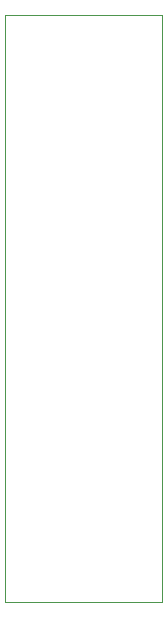
<source format=gbr>
%TF.GenerationSoftware,KiCad,Pcbnew,(6.0.5)*%
%TF.CreationDate,2022-07-14T09:31:07-04:00*%
%TF.ProjectId,2-STEPPER-BREAKOUT,322d5354-4550-4504-9552-2d425245414b,rev?*%
%TF.SameCoordinates,Original*%
%TF.FileFunction,Profile,NP*%
%FSLAX46Y46*%
G04 Gerber Fmt 4.6, Leading zero omitted, Abs format (unit mm)*
G04 Created by KiCad (PCBNEW (6.0.5)) date 2022-07-14 09:31:07*
%MOMM*%
%LPD*%
G01*
G04 APERTURE LIST*
%TA.AperFunction,Profile*%
%ADD10C,0.100000*%
%TD*%
G04 APERTURE END LIST*
D10*
X177165000Y-38100000D02*
X190500000Y-38100000D01*
X190500000Y-38100000D02*
X190500000Y-87757000D01*
X190500000Y-87757000D02*
X177165000Y-87757000D01*
X177165000Y-87757000D02*
X177165000Y-38100000D01*
M02*

</source>
